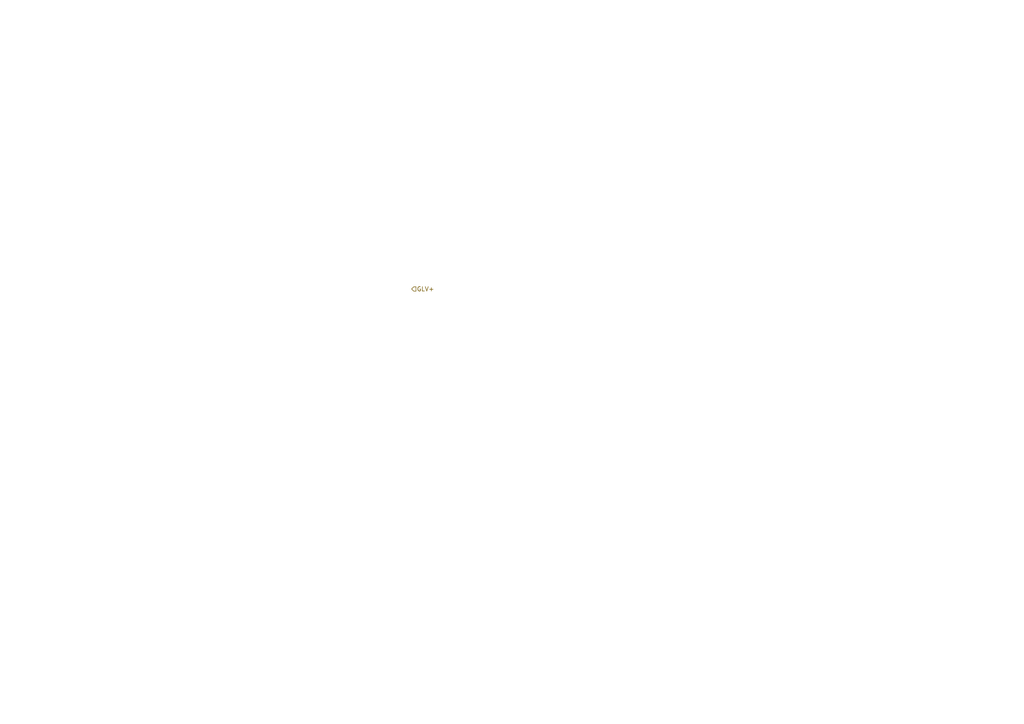
<source format=kicad_sch>
(kicad_sch (version 20211123) (generator eeschema)
  (paper "A4")
  (lib_symbols)
  (hierarchical_label "GLV+" (shape input) (at 119.38 83.82 0))
)
</source>
